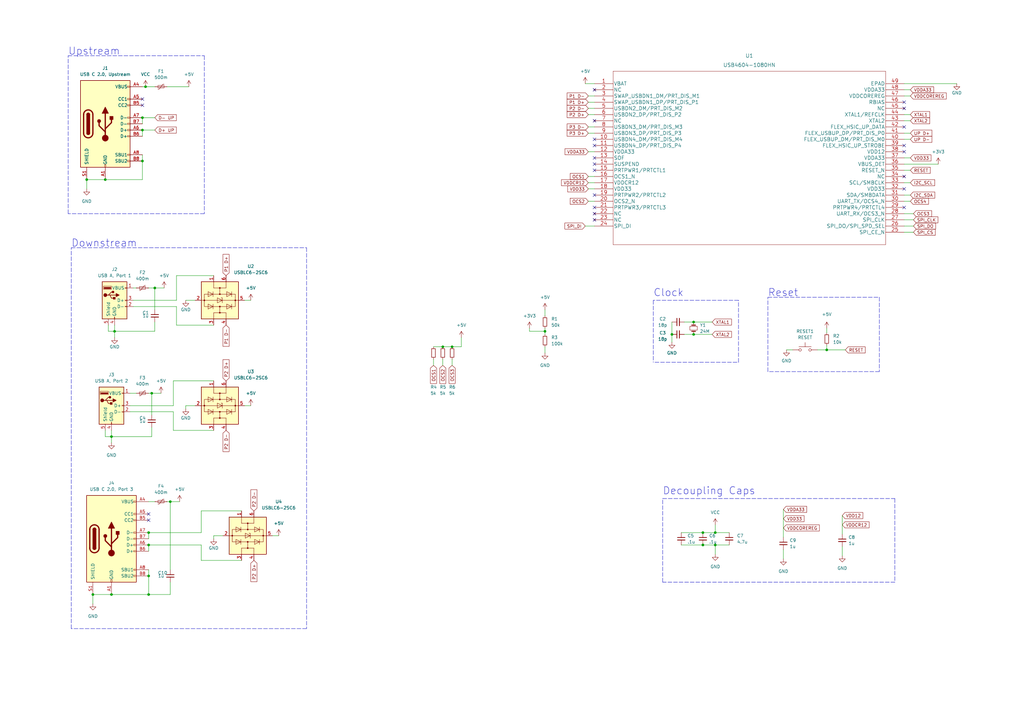
<source format=kicad_sch>
(kicad_sch (version 20211123) (generator eeschema)
  (paper "A3")
  (lib_symbols
    (symbol "2022-11-15_04-27-52:USB4604-1080HN" (pin_names (offset 0.254))
      (property "Reference" "U" (at 63.5 10.16 0))
      (property "Value" "USB4604-1080HN" (at 63.5 7.62 0))
      (symbol "USB4604-1080HN_1_1"
        (polyline (pts (xy 7.62 -66.04) (xy 119.38 -66.04)) (stroke (width 0.127)))
        (polyline (pts (xy 7.62 5.08) (xy 7.62 -66.04)) (stroke (width 0.127)))
        (polyline (pts (xy 119.38 -66.04) (xy 119.38 5.08)) (stroke (width 0.127)))
        (polyline (pts (xy 119.38 5.08) (xy 7.62 5.08)) (stroke (width 0.127)))
        (pin power_in line (at 0 0 0) (length 7.62) (name "VBAT") (number "1"))
        (pin bidirectional line (at 0 -22.86 0) (length 7.62) (name "USBDN4_DM/PRT_DIS_M4") (number "10"))
        (pin bidirectional line (at 0 -25.4 0) (length 7.62) (name "USBDN4_DP/PRT_DIS_P4") (number "11"))
        (pin power_in line (at 0 -27.94 0) (length 7.62) (name "VDDA33") (number "12"))
        (pin input line (at 0 -30.48 0) (length 7.62) (name "SOF") (number "13"))
        (pin unspecified line (at 0 -33.02 0) (length 7.62) (name "SUSPEND") (number "14"))
        (pin output line (at 0 -35.56 0) (length 7.62) (name "PRTPWR1/PRTCTL1") (number "15"))
        (pin input line (at 0 -38.1 0) (length 7.62) (name "OCS1_N") (number "16"))
        (pin power_in line (at 0 -40.64 0) (length 7.62) (name "VDDCR12") (number "17"))
        (pin power_in line (at 0 -43.18 0) (length 7.62) (name "VDD33") (number "18"))
        (pin output line (at 0 -45.72 0) (length 7.62) (name "PRTPWR2/PRTCTL2") (number "19"))
        (pin no_connect line (at 0 -2.54 0) (length 7.62) (name "NC") (number "2"))
        (pin input line (at 0 -48.26 0) (length 7.62) (name "OCS2_N") (number "20"))
        (pin output line (at 0 -50.8 0) (length 7.62) (name "PRTPWR3/PRTCTL3") (number "21"))
        (pin no_connect line (at 0 -53.34 0) (length 7.62) (name "NC") (number "22"))
        (pin no_connect line (at 0 -55.88 0) (length 7.62) (name "NC") (number "23"))
        (pin input line (at 0 -58.42 0) (length 7.62) (name "SPI_DI") (number "24"))
        (pin output line (at 127 -60.96 180) (length 7.62) (name "SPI_CE_N") (number "25"))
        (pin output line (at 127 -58.42 180) (length 7.62) (name "SPI_DO/SPI_SPD_SEL") (number "26"))
        (pin output line (at 127 -55.88 180) (length 7.62) (name "SPI_CLK") (number "27"))
        (pin unspecified line (at 127 -53.34 180) (length 7.62) (name "UART_RX/OCS3_N") (number "28"))
        (pin bidirectional line (at 127 -50.8 180) (length 7.62) (name "PRTPWR4/PRTCTL4") (number "29"))
        (pin bidirectional line (at 0 -5.08 0) (length 7.62) (name "SWAP_USBDN1_DM/PRT_DIS_M1") (number "3"))
        (pin output line (at 127 -48.26 180) (length 7.62) (name "UART_TX/OCS4_N") (number "30"))
        (pin bidirectional line (at 127 -45.72 180) (length 7.62) (name "SDA/SMBDATA") (number "31"))
        (pin power_in line (at 127 -43.18 180) (length 7.62) (name "VDD33") (number "32"))
        (pin input line (at 127 -40.64 180) (length 7.62) (name "SCL/SMBCLK") (number "33"))
        (pin no_connect line (at 127 -38.1 180) (length 7.62) (name "NC") (number "34"))
        (pin input line (at 127 -35.56 180) (length 7.62) (name "RESET_N") (number "35"))
        (pin input line (at 127 -33.02 180) (length 7.62) (name "VBUS_DET") (number "36"))
        (pin power_in line (at 127 -30.48 180) (length 7.62) (name "VDDA33") (number "37"))
        (pin power_in line (at 127 -27.94 180) (length 7.62) (name "VDD12") (number "38"))
        (pin input line (at 127 -25.4 180) (length 7.62) (name "FLEX_HSIC_UP_STROBE") (number "39"))
        (pin bidirectional line (at 0 -7.62 0) (length 7.62) (name "SWAP_USBDN1_DP/PRT_DIS_P1") (number "4"))
        (pin bidirectional line (at 127 -22.86 180) (length 7.62) (name "FLEX_USBUP_DM/PRT_DIS_M0") (number "40"))
        (pin bidirectional line (at 127 -20.32 180) (length 7.62) (name "FLEX_USBUP_DP/PRT_DIS_P0") (number "41"))
        (pin unspecified line (at 127 -17.78 180) (length 7.62) (name "FLEX_HSIC_UP_DATA") (number "42"))
        (pin output line (at 127 -15.24 180) (length 7.62) (name "XTAL2") (number "43"))
        (pin input line (at 127 -12.7 180) (length 7.62) (name "XTAL1/REFCLK") (number "44"))
        (pin no_connect line (at 127 -10.16 180) (length 7.62) (name "NC") (number "45"))
        (pin unspecified line (at 127 -7.62 180) (length 7.62) (name "RBIAS") (number "46"))
        (pin power_in line (at 127 -5.08 180) (length 7.62) (name "VDDCOREREG") (number "47"))
        (pin power_in line (at 127 -2.54 180) (length 7.62) (name "VDDA33") (number "48"))
        (pin unspecified line (at 127 0 180) (length 7.62) (name "EPAD") (number "49"))
        (pin bidirectional line (at 0 -10.16 0) (length 7.62) (name "USBDN2_DM/PRT_DIS_M2") (number "5"))
        (pin bidirectional line (at 0 -12.7 0) (length 7.62) (name "USBDN2_DP/PRT_DIS_P2") (number "6"))
        (pin no_connect line (at 0 -15.24 0) (length 7.62) (name "NC") (number "7"))
        (pin bidirectional line (at 0 -17.78 0) (length 7.62) (name "USBDN3_DM/PRT_DIS_M3") (number "8"))
        (pin bidirectional line (at 0 -20.32 0) (length 7.62) (name "USBDN3_DP/PRT_DIS_P3") (number "9"))
      )
    )
    (symbol "Connector:USB_A" (pin_names (offset 1.016))
      (property "Reference" "J" (at -5.08 11.43 0))
      (property "Value" "USB_A" (at -5.08 8.89 0))
      (symbol "USB_A_0_1"
        (rectangle (start -5.08 -7.62) (end 5.08 7.62) (stroke (width 0.254)) (fill (type background)))
        (circle (center -3.81 2.159) (radius 0.635) (stroke (width 0.254)) (fill (type outline)))
        (rectangle (start -1.524 4.826) (end -4.318 5.334) (fill (type outline)))
        (rectangle (start -1.27 4.572) (end -4.572 5.842))
        (circle (center -0.635 3.429) (radius 0.381) (stroke (width 0.254)) (fill (type outline)))
        (rectangle (start -0.127 -7.62) (end 0.127 -6.858))
        (polyline (pts (xy -3.175 2.159) (xy -2.54 2.159) (xy -1.27 3.429) (xy -0.635 3.429)) (stroke (width 0.254)))
        (polyline (pts (xy -2.54 2.159) (xy -1.905 2.159) (xy -1.27 0.889) (xy 0 0.889)) (stroke (width 0.254)))
        (polyline (pts (xy 0.635 2.794) (xy 0.635 1.524) (xy 1.905 2.159) (xy 0.635 2.794)) (stroke (width 0.254)) (fill (type outline)))
        (rectangle (start 0.254 1.27) (end -0.508 0.508) (stroke (width 0.254)) (fill (type outline)))
        (rectangle (start 5.08 -2.667) (end 4.318 -2.413))
        (rectangle (start 5.08 -0.127) (end 4.318 0.127))
        (rectangle (start 5.08 4.953) (end 4.318 5.207))
      )
      (symbol "USB_A_1_1"
        (polyline (pts (xy -1.905 2.159) (xy 0.635 2.159)) (stroke (width 0.254)))
        (pin power_in line (at 7.62 5.08 180) (length 2.54) (name "VBUS") (number "1"))
        (pin bidirectional line (at 7.62 -2.54 180) (length 2.54) (name "D-") (number "2"))
        (pin bidirectional line (at 7.62 0 180) (length 2.54) (name "D+") (number "3"))
        (pin power_in line (at 0 -10.16 90) (length 2.54) (name "GND") (number "4"))
        (pin passive line (at -2.54 -10.16 90) (length 2.54) (name "Shield") (number "5"))
      )
    )
    (symbol "Connector:USB_C_Receptacle_USB2.0" (pin_names (offset 1.016))
      (property "Reference" "J" (at -10.16 19.05 0))
      (property "Value" "USB_C_Receptacle_USB2.0" (at 19.05 19.05 0))
      (symbol "USB_C_Receptacle_USB2.0_0_0"
        (rectangle (start -0.254 -17.78) (end 0.254 -16.764))
        (rectangle (start 10.16 -14.986) (end 9.144 -15.494))
        (rectangle (start 10.16 -12.446) (end 9.144 -12.954))
        (rectangle (start 10.16 -4.826) (end 9.144 -5.334))
        (rectangle (start 10.16 -2.286) (end 9.144 -2.794))
        (rectangle (start 10.16 0.254) (end 9.144 -0.254))
        (rectangle (start 10.16 2.794) (end 9.144 2.286))
        (rectangle (start 10.16 7.874) (end 9.144 7.366))
        (rectangle (start 10.16 10.414) (end 9.144 9.906))
        (rectangle (start 10.16 15.494) (end 9.144 14.986))
      )
      (symbol "USB_C_Receptacle_USB2.0_0_1"
        (rectangle (start -10.16 17.78) (end 10.16 -17.78) (stroke (width 0.254)) (fill (type background)))
        (arc (start -8.89 -3.81) (mid -6.985 -5.715) (end -5.08 -3.81) (stroke (width 0.508)))
        (arc (start -7.62 -3.81) (mid -6.985 -4.445) (end -6.35 -3.81) (stroke (width 0.254)))
        (arc (start -7.62 -3.81) (mid -6.985 -4.445) (end -6.35 -3.81) (stroke (width 0.254)) (fill (type outline)))
        (rectangle (start -7.62 -3.81) (end -6.35 3.81) (stroke (width 0.254)) (fill (type outline)))
        (arc (start -6.35 3.81) (mid -6.985 4.445) (end -7.62 3.81) (stroke (width 0.254)))
        (arc (start -6.35 3.81) (mid -6.985 4.445) (end -7.62 3.81) (stroke (width 0.254)) (fill (type outline)))
        (arc (start -5.08 3.81) (mid -6.985 5.715) (end -8.89 3.81) (stroke (width 0.508)))
        (circle (center -2.54 1.143) (radius 0.635) (stroke (width 0.254)) (fill (type outline)))
        (circle (center 0 -5.842) (radius 1.27) (fill (type outline)))
        (polyline (pts (xy -8.89 -3.81) (xy -8.89 3.81)) (stroke (width 0.508)))
        (polyline (pts (xy -5.08 3.81) (xy -5.08 -3.81)) (stroke (width 0.508)))
        (polyline (pts (xy 0 -5.842) (xy 0 4.318)) (stroke (width 0.508)))
        (polyline (pts (xy 0 -3.302) (xy -2.54 -0.762) (xy -2.54 0.508)) (stroke (width 0.508)))
        (polyline (pts (xy 0 -2.032) (xy 2.54 0.508) (xy 2.54 1.778)) (stroke (width 0.508)))
        (polyline (pts (xy -1.27 4.318) (xy 0 6.858) (xy 1.27 4.318) (xy -1.27 4.318)) (stroke (width 0.254)) (fill (type outline)))
        (rectangle (start 1.905 1.778) (end 3.175 3.048) (stroke (width 0.254)) (fill (type outline)))
      )
      (symbol "USB_C_Receptacle_USB2.0_1_1"
        (pin passive line (at 0 -22.86 90) (length 5.08) (name "GND") (number "A1"))
        (pin passive line (at 0 -22.86 90) (length 5.08) hide (name "GND") (number "A12"))
        (pin passive line (at 15.24 15.24 180) (length 5.08) (name "VBUS") (number "A4"))
        (pin bidirectional line (at 15.24 10.16 180) (length 5.08) (name "CC1") (number "A5"))
        (pin bidirectional line (at 15.24 -2.54 180) (length 5.08) (name "D+") (number "A6"))
        (pin bidirectional line (at 15.24 2.54 180) (length 5.08) (name "D-") (number "A7"))
        (pin bidirectional line (at 15.24 -12.7 180) (length 5.08) (name "SBU1") (number "A8"))
        (pin passive line (at 15.24 15.24 180) (length 5.08) hide (name "VBUS") (number "A9"))
        (pin passive line (at 0 -22.86 90) (length 5.08) hide (name "GND") (number "B1"))
        (pin passive line (at 0 -22.86 90) (length 5.08) hide (name "GND") (number "B12"))
        (pin passive line (at 15.24 15.24 180) (length 5.08) hide (name "VBUS") (number "B4"))
        (pin bidirectional line (at 15.24 7.62 180) (length 5.08) (name "CC2") (number "B5"))
        (pin bidirectional line (at 15.24 -5.08 180) (length 5.08) (name "D+") (number "B6"))
        (pin bidirectional line (at 15.24 0 180) (length 5.08) (name "D-") (number "B7"))
        (pin bidirectional line (at 15.24 -15.24 180) (length 5.08) (name "SBU2") (number "B8"))
        (pin passive line (at 15.24 15.24 180) (length 5.08) hide (name "VBUS") (number "B9"))
        (pin passive line (at -7.62 -22.86 90) (length 5.08) (name "SHIELD") (number "S1"))
      )
    )
    (symbol "Device:C_Small" (pin_numbers hide) (pin_names (offset 0.254) hide)
      (property "Reference" "C" (at 0.254 1.778 0))
      (property "Value" "C_Small" (at 0.254 -2.032 0))
      (symbol "C_Small_0_1"
        (polyline (pts (xy -1.524 -0.508) (xy 1.524 -0.508)) (stroke (width 0.3302)))
        (polyline (pts (xy -1.524 0.508) (xy 1.524 0.508)) (stroke (width 0.3048)))
      )
      (symbol "C_Small_1_1"
        (pin passive line (at 0 2.54 270) (length 2.032) (name "~") (number "1"))
        (pin passive line (at 0 -2.54 90) (length 2.032) (name "~") (number "2"))
      )
    )
    (symbol "Device:Crystal_Small" (pin_numbers hide) (pin_names (offset 1.016) hide)
      (property "Reference" "Y" (at 0 2.54 0))
      (property "Value" "Crystal_Small" (at 0 -2.54 0))
      (symbol "Crystal_Small_0_1"
        (rectangle (start -0.762 -1.524) (end 0.762 1.524))
        (polyline (pts (xy -1.27 -0.762) (xy -1.27 0.762)) (stroke (width 0.381)))
        (polyline (pts (xy 1.27 -0.762) (xy 1.27 0.762)) (stroke (width 0.381)))
      )
      (symbol "Crystal_Small_1_1"
        (pin passive line (at -2.54 0 0) (length 1.27) (name "1") (number "1"))
        (pin passive line (at 2.54 0 180) (length 1.27) (name "2") (number "2"))
      )
    )
    (symbol "Device:Polyfuse_Small" (pin_numbers hide) (pin_names (offset 0))
      (property "Reference" "F" (at -1.905 0 90))
      (property "Value" "Polyfuse_Small" (at 1.905 0 90))
      (symbol "Polyfuse_Small_0_1"
        (rectangle (start -0.508 1.27) (end 0.508 -1.27))
        (polyline (pts (xy 0 2.54) (xy 0 -2.54)))
        (polyline (pts (xy -1.016 1.27) (xy -1.016 0.762) (xy 1.016 -0.762) (xy 1.016 -1.27)))
      )
      (symbol "Polyfuse_Small_1_1"
        (pin passive line (at 0 2.54 270) (length 0.635) (name "~") (number "1"))
        (pin passive line (at 0 -2.54 90) (length 0.635) (name "~") (number "2"))
      )
    )
    (symbol "Device:R_Small" (pin_numbers hide) (pin_names (offset 0.254) hide)
      (property "Reference" "R" (at 0.762 0.508 0))
      (property "Value" "R_Small" (at 0.762 -1.016 0))
      (symbol "R_Small_0_1"
        (rectangle (start -0.762 1.778) (end 0.762 -1.778) (stroke (width 0.2032)))
      )
      (symbol "R_Small_1_1"
        (pin passive line (at 0 2.54 270) (length 0.762) (name "~") (number "1"))
        (pin passive line (at 0 -2.54 90) (length 0.762) (name "~") (number "2"))
      )
    )
    (symbol "Power_Protection:USBLC6-2SC6" (pin_names hide)
      (property "Reference" "U" (at 2.54 8.89 0))
      (property "Value" "USBLC6-2SC6" (at 2.54 -8.89 0))
      (symbol "USBLC6-2SC6_0_1"
        (rectangle (start -7.62 -7.62) (end 7.62 7.62) (stroke (width 0.254)) (fill (type background)))
        (circle (center -5.08 0) (radius 0.254) (fill (type outline)))
        (circle (center -2.54 0) (radius 0.254) (fill (type outline)))
        (rectangle (start -2.54 6.35) (end 2.54 -6.35))
        (circle (center 0 -6.35) (radius 0.254) (fill (type outline)))
        (polyline (pts (xy -5.08 -2.54) (xy -7.62 -2.54)))
        (polyline (pts (xy -5.08 0) (xy -5.08 -2.54)))
        (polyline (pts (xy -5.08 2.54) (xy -7.62 2.54)))
        (polyline (pts (xy -1.524 -2.794) (xy -3.556 -2.794)))
        (polyline (pts (xy -1.524 4.826) (xy -3.556 4.826)))
        (polyline (pts (xy 0 -7.62) (xy 0 -6.35)))
        (polyline (pts (xy 0 -6.35) (xy 0 1.27)))
        (polyline (pts (xy 0 1.27) (xy 0 6.35)))
        (polyline (pts (xy 0 6.35) (xy 0 7.62)))
        (polyline (pts (xy 1.524 -2.794) (xy 3.556 -2.794)))
        (polyline (pts (xy 1.524 4.826) (xy 3.556 4.826)))
        (polyline (pts (xy 5.08 -2.54) (xy 7.62 -2.54)))
        (polyline (pts (xy 5.08 0) (xy 5.08 -2.54)))
        (polyline (pts (xy 5.08 2.54) (xy 7.62 2.54)))
        (polyline (pts (xy -2.54 0) (xy -5.08 0) (xy -5.08 2.54)))
        (polyline (pts (xy 2.54 0) (xy 5.08 0) (xy 5.08 2.54)))
        (polyline (pts (xy -3.556 -4.826) (xy -1.524 -4.826) (xy -2.54 -2.794) (xy -3.556 -4.826)))
        (polyline (pts (xy -3.556 2.794) (xy -1.524 2.794) (xy -2.54 4.826) (xy -3.556 2.794)))
        (polyline (pts (xy -1.016 -1.016) (xy 1.016 -1.016) (xy 0 1.016) (xy -1.016 -1.016)))
        (polyline (pts (xy 1.016 1.016) (xy 0.762 1.016) (xy -1.016 1.016) (xy -1.016 0.508)))
        (polyline (pts (xy 3.556 -4.826) (xy 1.524 -4.826) (xy 2.54 -2.794) (xy 3.556 -4.826)))
        (polyline (pts (xy 3.556 2.794) (xy 1.524 2.794) (xy 2.54 4.826) (xy 3.556 2.794)))
        (circle (center 0 6.35) (radius 0.254) (fill (type outline)))
        (circle (center 2.54 0) (radius 0.254) (fill (type outline)))
        (circle (center 5.08 0) (radius 0.254) (fill (type outline)))
      )
      (symbol "USBLC6-2SC6_1_1"
        (pin passive line (at -10.16 -2.54 0) (length 2.54) (name "I/O1") (number "1"))
        (pin passive line (at 0 -10.16 90) (length 2.54) (name "GND") (number "2"))
        (pin passive line (at 10.16 -2.54 180) (length 2.54) (name "I/O2") (number "3"))
        (pin passive line (at 10.16 2.54 180) (length 2.54) (name "I/O2") (number "4"))
        (pin passive line (at 0 10.16 270) (length 2.54) (name "VBUS") (number "5"))
        (pin passive line (at -10.16 2.54 0) (length 2.54) (name "I/O1") (number "6"))
      )
    )
    (symbol "Switch:SW_Push" (pin_numbers hide) (pin_names (offset 1.016) hide)
      (property "Reference" "SW" (at 1.27 2.54 0))
      (property "Value" "SW_Push" (at 0 -1.524 0))
      (symbol "SW_Push_0_1"
        (circle (center -2.032 0) (radius 0.508))
        (polyline (pts (xy 0 1.27) (xy 0 3.048)))
        (polyline (pts (xy 2.54 1.27) (xy -2.54 1.27)))
        (circle (center 2.032 0) (radius 0.508))
        (pin passive line (at -5.08 0 0) (length 2.54) (name "1") (number "1"))
        (pin passive line (at 5.08 0 180) (length 2.54) (name "2") (number "2"))
      )
    )
    (symbol "power:+3V3" (power) (pin_names (offset 0))
      (property "Value" "+3V3" (at 0 3.556 0))
      (symbol "+3V3_0_1"
        (polyline (pts (xy -0.762 1.27) (xy 0 2.54)))
        (polyline (pts (xy 0 0) (xy 0 2.54)))
        (polyline (pts (xy 0 2.54) (xy 0.762 1.27)))
      )
      (symbol "+3V3_1_1"
        (pin power_in line (at 0 0 90) (length 0) hide (name "+3V3") (number "1"))
      )
    )
    (symbol "power:+5V" (power) (pin_names (offset 0))
      (property "Value" "+5V" (at 0 3.556 0))
      (symbol "+5V_0_1"
        (polyline (pts (xy -0.762 1.27) (xy 0 2.54)))
        (polyline (pts (xy 0 0) (xy 0 2.54)))
        (polyline (pts (xy 0 2.54) (xy 0.762 1.27)))
      )
      (symbol "+5V_1_1"
        (pin power_in line (at 0 0 90) (length 0) hide (name "+5V") (number "1"))
      )
    )
    (symbol "power:GND" (power) (pin_names (offset 0))
      (property "Value" "GND" (at 0 -3.81 0))
      (symbol "GND_0_1"
        (polyline (pts (xy 0 0) (xy 0 -1.27) (xy 1.27 -1.27) (xy 0 -2.54) (xy -1.27 -1.27) (xy 0 -1.27)))
      )
      (symbol "GND_1_1"
        (pin power_in line (at 0 0 270) (length 0) hide (name "GND") (number "1"))
      )
    )
    (symbol "power:VCC" (power) (pin_names (offset 0))
      (property "Value" "VCC" (at 0 3.81 0))
      (symbol "VCC_0_1"
        (polyline (pts (xy -0.762 1.27) (xy 0 2.54)))
        (polyline (pts (xy 0 0) (xy 0 2.54)))
        (polyline (pts (xy 0 2.54) (xy 0.762 1.27)))
      )
      (symbol "VCC_1_1"
        (pin power_in line (at 0 0 90) (length 0) hide (name "VCC") (number "1"))
      )
    )
  )
  (junction (at 58.42 48.26))
  (junction (at 46.99 135.89))
  (junction (at 60.96 223.52))
  (junction (at 284.48 137.16))
  (junction (at 45.72 243.84))
  (junction (at 293.37 218.44))
  (junction (at 63.5 118.11))
  (junction (at 69.85 205.74))
  (junction (at 185.42 142.24))
  (junction (at 60.96 218.44))
  (junction (at 60.96 236.22))
  (junction (at 58.42 53.34))
  (junction (at 181.61 142.24))
  (junction (at 60.96 243.84))
  (junction (at 275.59 137.16))
  (junction (at 59.69 35.56))
  (junction (at 43.18 73.66))
  (junction (at 223.52 135.89))
  (junction (at 288.29 223.52))
  (junction (at 38.1 243.84))
  (junction (at 62.23 161.29))
  (junction (at 45.72 179.07))
  (junction (at 284.48 132.08))
  (junction (at 293.37 223.52))
  (junction (at 58.42 66.04))
  (junction (at 35.56 73.66))
  (junction (at 339.09 143.51))
  (junction (at 288.29 218.44))
  (no_connect (at 370.84 62.23))
  (no_connect (at 243.84 67.31))
  (no_connect (at 243.84 64.77))
  (no_connect (at 370.84 59.69))
  (no_connect (at 243.84 57.15))
  (no_connect (at 243.84 59.69))
  (no_connect (at 243.84 49.53))
  (no_connect (at 243.84 85.09))
  (no_connect (at 243.84 87.63))
  (no_connect (at 243.84 90.17))
  (no_connect (at 243.84 80.01))
  (no_connect (at 243.84 36.83))
  (no_connect (at 243.84 69.85))
  (no_connect (at 370.84 41.91))
  (no_connect (at 60.96 213.36))
  (no_connect (at 60.96 210.82))
  (no_connect (at 370.84 72.39))
  (no_connect (at 370.84 77.47))
  (no_connect (at 370.84 85.09))
  (no_connect (at 370.84 52.07))
  (no_connect (at 58.42 43.18))
  (no_connect (at 58.42 40.64))
  (no_connect (at 370.84 44.45))
  (wire (pts (xy 60.96 223.52) (xy 60.96 226.06)))
  (wire (pts (xy 60.96 223.52) (xy 82.55 223.52)))
  (wire (pts (xy 370.84 95.25) (xy 374.65 95.25)))
  (wire (pts (xy 177.8 142.24) (xy 181.61 142.24)))
  (polyline (pts (xy 29.21 101.6) (xy 125.73 101.6)))
  (wire (pts (xy 44.45 135.89) (xy 44.45 133.35)))
  (wire (pts (xy 58.42 73.66) (xy 43.18 73.66)))
  (polyline (pts (xy 125.73 257.81) (xy 29.21 257.81)))
  (wire (pts (xy 321.31 208.915) (xy 321.31 220.345)))
  (polyline (pts (xy 302.895 148.59) (xy 302.895 123.19)))
  (wire (pts (xy 241.3 77.47) (xy 243.84 77.47)))
  (wire (pts (xy 321.31 225.425) (xy 321.31 229.235)))
  (wire (pts (xy 223.52 135.89) (xy 217.17 135.89)))
  (wire (pts (xy 46.99 138.43) (xy 46.99 135.89)))
  (wire (pts (xy 68.58 35.56) (xy 77.47 35.56)))
  (wire (pts (xy 58.42 63.5) (xy 58.42 66.04)))
  (wire (pts (xy 185.42 142.24) (xy 189.23 142.24)))
  (wire (pts (xy 243.84 44.45) (xy 241.3 44.45)))
  (wire (pts (xy 243.84 39.37) (xy 241.3 39.37)))
  (wire (pts (xy 223.52 134.62) (xy 223.52 135.89)))
  (wire (pts (xy 322.58 143.51) (xy 325.12 143.51)))
  (wire (pts (xy 280.67 132.08) (xy 284.48 132.08)))
  (wire (pts (xy 181.61 142.24) (xy 185.42 142.24)))
  (wire (pts (xy 71.12 176.53) (xy 87.63 176.53)))
  (wire (pts (xy 72.39 133.35) (xy 87.63 133.35)))
  (wire (pts (xy 60.96 205.74) (xy 63.5 205.74)))
  (polyline (pts (xy 271.78 204.47) (xy 367.03 204.47)))
  (wire (pts (xy 82.55 218.44) (xy 82.55 209.55)))
  (wire (pts (xy 35.56 73.66) (xy 35.56 77.47)))
  (wire (pts (xy 35.56 73.66) (xy 43.18 73.66)))
  (polyline (pts (xy 360.68 121.92) (xy 360.68 152.4)))
  (wire (pts (xy 339.09 141.605) (xy 339.09 143.51)))
  (polyline (pts (xy 83.82 87.63) (xy 27.94 87.63)))
  (wire (pts (xy 339.09 143.51) (xy 346.71 143.51)))
  (wire (pts (xy 370.84 57.15) (xy 373.38 57.15)))
  (wire (pts (xy 345.44 211.455) (xy 345.44 219.075)))
  (wire (pts (xy 181.61 147.32) (xy 181.61 149.86)))
  (wire (pts (xy 370.84 67.31) (xy 384.81 67.31)))
  (wire (pts (xy 217.17 135.89) (xy 217.17 134.62)))
  (wire (pts (xy 345.44 224.155) (xy 345.44 227.965)))
  (polyline (pts (xy 83.82 22.86) (xy 83.82 87.63)))
  (wire (pts (xy 46.99 135.89) (xy 63.5 135.89)))
  (wire (pts (xy 91.44 219.71) (xy 87.63 219.71)))
  (wire (pts (xy 189.23 138.43) (xy 189.23 142.24)))
  (wire (pts (xy 335.28 143.51) (xy 339.09 143.51)))
  (wire (pts (xy 62.23 161.29) (xy 62.23 170.18)))
  (wire (pts (xy 223.52 142.24) (xy 223.52 144.78)))
  (wire (pts (xy 288.29 223.52) (xy 293.37 223.52)))
  (wire (pts (xy 279.4 223.52) (xy 288.29 223.52)))
  (wire (pts (xy 69.85 243.84) (xy 60.96 243.84)))
  (wire (pts (xy 45.72 243.84) (xy 60.96 243.84)))
  (wire (pts (xy 370.84 82.55) (xy 373.38 82.55)))
  (wire (pts (xy 72.39 123.19) (xy 72.39 113.03)))
  (wire (pts (xy 43.18 179.07) (xy 45.72 179.07)))
  (wire (pts (xy 63.5 118.11) (xy 63.5 127)))
  (wire (pts (xy 69.85 238.76) (xy 69.85 243.84)))
  (wire (pts (xy 53.34 166.37) (xy 71.12 166.37)))
  (wire (pts (xy 38.1 243.84) (xy 38.1 247.65)))
  (wire (pts (xy 293.37 215.265) (xy 293.37 218.44)))
  (polyline (pts (xy 267.97 123.19) (xy 267.97 148.59)))
  (polyline (pts (xy 29.21 257.81) (xy 29.21 101.6)))
  (wire (pts (xy 279.4 218.44) (xy 288.29 218.44)))
  (wire (pts (xy 54.61 125.73) (xy 72.39 125.73)))
  (wire (pts (xy 60.96 161.29) (xy 62.23 161.29)))
  (wire (pts (xy 284.48 132.08) (xy 292.1 132.08)))
  (wire (pts (xy 280.67 137.16) (xy 284.48 137.16)))
  (wire (pts (xy 71.12 166.37) (xy 71.12 156.21)))
  (wire (pts (xy 241.3 72.39) (xy 243.84 72.39)))
  (wire (pts (xy 370.84 49.53) (xy 373.38 49.53)))
  (wire (pts (xy 100.33 166.37) (xy 102.87 166.37)))
  (wire (pts (xy 243.84 46.99) (xy 241.3 46.99)))
  (wire (pts (xy 67.31 118.11) (xy 63.5 118.11)))
  (wire (pts (xy 284.48 137.16) (xy 292.1 137.16)))
  (polyline (pts (xy 314.96 121.92) (xy 360.68 121.92)))
  (polyline (pts (xy 27.94 22.86) (xy 83.82 22.86)))
  (wire (pts (xy 58.42 66.04) (xy 58.42 73.66)))
  (wire (pts (xy 72.39 113.03) (xy 87.63 113.03)))
  (wire (pts (xy 45.72 179.07) (xy 45.72 181.61)))
  (wire (pts (xy 370.84 54.61) (xy 373.38 54.61)))
  (wire (pts (xy 72.39 125.73) (xy 72.39 133.35)))
  (wire (pts (xy 62.23 175.26) (xy 62.23 179.07)))
  (wire (pts (xy 223.52 135.89) (xy 223.52 137.16)))
  (polyline (pts (xy 268.605 148.59) (xy 302.895 148.59)))
  (wire (pts (xy 370.84 46.99) (xy 373.38 46.99)))
  (wire (pts (xy 370.84 80.01) (xy 373.38 80.01)))
  (wire (pts (xy 58.42 35.56) (xy 59.69 35.56)))
  (wire (pts (xy 58.42 53.34) (xy 63.5 53.34)))
  (wire (pts (xy 177.8 147.32) (xy 177.8 149.86)))
  (wire (pts (xy 370.84 39.37) (xy 373.38 39.37)))
  (wire (pts (xy 80.01 166.37) (xy 76.2 166.37)))
  (wire (pts (xy 370.84 64.77) (xy 373.38 64.77)))
  (wire (pts (xy 60.96 218.44) (xy 60.96 220.98)))
  (wire (pts (xy 76.2 166.37) (xy 76.2 167.64)))
  (wire (pts (xy 55.88 118.11) (xy 54.61 118.11)))
  (wire (pts (xy 60.96 236.22) (xy 60.96 233.68)))
  (wire (pts (xy 370.84 92.71) (xy 374.65 92.71)))
  (wire (pts (xy 82.55 229.87) (xy 99.06 229.87)))
  (wire (pts (xy 370.84 36.83) (xy 373.38 36.83)))
  (wire (pts (xy 370.84 74.93) (xy 373.38 74.93)))
  (wire (pts (xy 43.18 176.53) (xy 43.18 179.07)))
  (polyline (pts (xy 302.895 123.19) (xy 267.97 123.19)))
  (polyline (pts (xy 360.68 152.4) (xy 314.96 152.4)))
  (polyline (pts (xy 125.73 101.6) (xy 125.73 257.81)))
  (wire (pts (xy 111.76 219.71) (xy 114.3 219.71)))
  (wire (pts (xy 339.09 134.62) (xy 339.09 136.525)))
  (polyline (pts (xy 27.94 87.63) (xy 27.94 22.86)))
  (wire (pts (xy 370.84 90.17) (xy 374.65 90.17)))
  (wire (pts (xy 73.66 205.74) (xy 69.85 205.74)))
  (wire (pts (xy 71.12 168.91) (xy 71.12 176.53)))
  (wire (pts (xy 240.03 34.29) (xy 243.84 34.29)))
  (wire (pts (xy 288.29 218.44) (xy 293.37 218.44)))
  (wire (pts (xy 59.69 35.56) (xy 63.5 35.56)))
  (wire (pts (xy 370.84 34.29) (xy 392.43 34.29)))
  (wire (pts (xy 58.42 53.34) (xy 58.42 55.88)))
  (polyline (pts (xy 271.78 238.76) (xy 271.78 204.47)))
  (wire (pts (xy 185.42 147.32) (xy 185.42 149.86)))
  (wire (pts (xy 243.84 41.91) (xy 241.3 41.91)))
  (wire (pts (xy 87.63 219.71) (xy 87.63 220.98)))
  (wire (pts (xy 275.59 137.16) (xy 275.59 140.335)))
  (wire (pts (xy 53.34 168.91) (xy 71.12 168.91)))
  (wire (pts (xy 58.42 48.26) (xy 63.5 48.26)))
  (wire (pts (xy 66.04 161.29) (xy 62.23 161.29)))
  (wire (pts (xy 223.52 127) (xy 223.52 129.54)))
  (wire (pts (xy 241.3 82.55) (xy 243.84 82.55)))
  (wire (pts (xy 241.3 74.93) (xy 243.84 74.93)))
  (wire (pts (xy 68.58 205.74) (xy 69.85 205.74)))
  (wire (pts (xy 275.59 132.08) (xy 275.59 137.16)))
  (wire (pts (xy 241.3 62.23) (xy 243.84 62.23)))
  (wire (pts (xy 53.34 161.29) (xy 55.88 161.29)))
  (wire (pts (xy 370.84 69.85) (xy 373.38 69.85)))
  (wire (pts (xy 46.99 133.35) (xy 46.99 135.89)))
  (wire (pts (xy 240.03 92.71) (xy 243.84 92.71)))
  (wire (pts (xy 60.96 118.11) (xy 63.5 118.11)))
  (wire (pts (xy 370.84 87.63) (xy 374.65 87.63)))
  (wire (pts (xy 293.37 223.52) (xy 293.37 227.33)))
  (wire (pts (xy 60.96 218.44) (xy 82.55 218.44)))
  (wire (pts (xy 62.23 179.07) (xy 45.72 179.07)))
  (wire (pts (xy 293.37 223.52) (xy 299.085 223.52)))
  (wire (pts (xy 82.55 223.52) (xy 82.55 229.87)))
  (wire (pts (xy 243.84 54.61) (xy 241.3 54.61)))
  (wire (pts (xy 58.42 48.26) (xy 58.42 50.8)))
  (wire (pts (xy 44.45 135.89) (xy 46.99 135.89)))
  (wire (pts (xy 63.5 135.89) (xy 63.5 132.08)))
  (polyline (pts (xy 367.03 204.47) (xy 367.03 238.76)))
  (wire (pts (xy 45.72 176.53) (xy 45.72 179.07)))
  (polyline (pts (xy 367.03 238.76) (xy 271.78 238.76)))
  (wire (pts (xy 293.37 218.44) (xy 299.085 218.44)))
  (wire (pts (xy 69.85 205.74) (xy 69.85 233.68)))
  (wire (pts (xy 60.96 243.84) (xy 60.96 236.22)))
  (wire (pts (xy 243.84 52.07) (xy 241.3 52.07)))
  (wire (pts (xy 82.55 209.55) (xy 99.06 209.55)))
  (wire (pts (xy 100.33 123.19) (xy 102.87 123.19)))
  (wire (pts (xy 71.12 156.21) (xy 87.63 156.21)))
  (wire (pts (xy 80.01 123.19) (xy 76.2 123.19)))
  (wire (pts (xy 38.1 243.84) (xy 45.72 243.84)))
  (wire (pts (xy 54.61 123.19) (xy 72.39 123.19)))
  (polyline (pts (xy 314.96 152.4) (xy 314.96 121.92)))
  (text "Clock" (at 267.97 121.92 0) (effects (font (size 3 3)) (justify left bottom)))
  (text "Reset" (at 314.96 121.92 0) (effects (font (size 3 3)) (justify left bottom)))
  (text "Upstream" (at 27.94 22.86 0) (effects (font (size 3 3)) (justify left bottom)))
  (text "Downstream" (at 29.21 101.6 0) (effects (font (size 3 3)) (justify left bottom)))
  (text "Decoupling Caps" (at 271.78 203.2 0) (effects (font (size 3 3)) (justify left bottom)))
  (global_label "P1 D-" (shape input) (at 241.3 39.37 180) (property "Intersheet References" "${INTERSHEET_REFS}" (effects hide)))
  (global_label "SPI_CLK" (shape input) (at 374.65 90.17 0) (property "Intersheet References" "${INTERSHEET_REFS}" (effects hide)))
  (global_label "P1 D+" (shape input) (at 241.3 41.91 180) (property "Intersheet References" "${INTERSHEET_REFS}" (effects hide)))
  (global_label "SPI_DI" (shape input) (at 240.03 92.71 180) (property "Intersheet References" "${INTERSHEET_REFS}" (effects hide)))
  (global_label "XTAL1" (shape input) (at 373.38 46.99 0) (property "Intersheet References" "${INTERSHEET_REFS}" (effects hide)))
  (global_label "UP D-" (shape input) (at 373.38 57.15 0) (property "Intersheet References" "${INTERSHEET_REFS}" (effects hide)))
  (global_label "P2 D+" (shape input) (at 104.14 229.87 270) (property "Intersheet References" "${INTERSHEET_REFS}" (effects hide)))
  (global_label "VDDCR12" (shape input) (at 345.44 215.265 0) (property "Intersheet References" "${INTERSHEET_REFS}" (effects hide)))
  (global_label "UP D+" (shape input) (at 373.38 54.61 0) (property "Intersheet References" "${INTERSHEET_REFS}" (effects hide)))
  (global_label "P2 D+" (shape input) (at 92.71 156.21 90) (property "Intersheet References" "${INTERSHEET_REFS}" (effects hide)))
  (global_label "P3 D+" (shape input) (at 241.3 54.61 180) (property "Intersheet References" "${INTERSHEET_REFS}" (effects hide)))
  (global_label "OCS3" (shape input) (at 185.42 149.86 270) (property "Intersheet References" "${INTERSHEET_REFS}" (effects hide)))
  (global_label "OCS2" (shape input) (at 181.61 149.86 270) (property "Intersheet References" "${INTERSHEET_REFS}" (effects hide)))
  (global_label "I2C_SDA" (shape input) (at 373.38 80.01 0) (property "Intersheet References" "${INTERSHEET_REFS}" (effects hide)))
  (global_label "RESET" (shape input) (at 373.38 69.85 0) (property "Intersheet References" "${INTERSHEET_REFS}" (effects hide)))
  (global_label "SPI_CS" (shape input) (at 374.65 95.25 0) (property "Intersheet References" "${INTERSHEET_REFS}" (effects hide)))
  (global_label "I2C_SCL" (shape input) (at 373.38 74.93 0) (property "Intersheet References" "${INTERSHEET_REFS}" (effects hide)))
  (global_label "D+ UP" (shape input) (at 63.5 53.34 0) (property "Intersheet References" "${INTERSHEET_REFS}" (effects hide)))
  (global_label "P3 D-" (shape input) (at 241.3 52.07 180) (property "Intersheet References" "${INTERSHEET_REFS}" (effects hide)))
  (global_label "VDD33" (shape input) (at 373.38 64.77 0) (property "Intersheet References" "${INTERSHEET_REFS}" (effects hide)))
  (global_label "P2 D+" (shape input) (at 241.3 46.99 180) (property "Intersheet References" "${INTERSHEET_REFS}" (effects hide)))
  (global_label "VDDCR12" (shape input) (at 241.3 74.93 180) (property "Intersheet References" "${INTERSHEET_REFS}" (effects hide)))
  (global_label "OCS1" (shape input) (at 177.8 149.86 270) (property "Intersheet References" "${INTERSHEET_REFS}" (effects hide)))
  (global_label "VDDCOREREG" (shape input) (at 373.38 39.37 0) (property "Intersheet References" "${INTERSHEET_REFS}" (effects hide)))
  (global_label "VDD33" (shape input) (at 241.3 77.47 180) (property "Intersheet References" "${INTERSHEET_REFS}" (effects hide)))
  (global_label "VDD33" (shape input) (at 321.31 212.725 0) (property "Intersheet References" "${INTERSHEET_REFS}" (effects hide)))
  (global_label "P2 D-" (shape input) (at 241.3 44.45 180) (property "Intersheet References" "${INTERSHEET_REFS}" (effects hide)))
  (global_label "VDDA33" (shape input) (at 373.38 36.83 0) (property "Intersheet References" "${INTERSHEET_REFS}" (effects hide)))
  (global_label "XTAL2" (shape input) (at 292.1 137.16 0) (property "Intersheet References" "${INTERSHEET_REFS}" (effects hide)))
  (global_label "VDDCOREREG" (shape input) (at 321.31 216.535 0) (property "Intersheet References" "${INTERSHEET_REFS}" (effects hide)))
  (global_label "XTAL2" (shape input) (at 373.38 49.53 0) (property "Intersheet References" "${INTERSHEET_REFS}" (effects hide)))
  (global_label "SPI_DO" (shape input) (at 374.65 92.71 0) (property "Intersheet References" "${INTERSHEET_REFS}" (effects hide)))
  (global_label "OCS1" (shape input) (at 241.3 72.39 180) (property "Intersheet References" "${INTERSHEET_REFS}" (effects hide)))
  (global_label "VDDA33" (shape input) (at 321.31 208.915 0) (property "Intersheet References" "${INTERSHEET_REFS}" (effects hide)))
  (global_label "VDD12" (shape input) (at 345.44 211.455 0) (property "Intersheet References" "${INTERSHEET_REFS}" (effects hide)))
  (global_label "D- UP" (shape input) (at 63.5 48.26 0) (property "Intersheet References" "${INTERSHEET_REFS}" (effects hide)))
  (global_label "OCS3" (shape input) (at 374.65 87.63 0) (property "Intersheet References" "${INTERSHEET_REFS}" (effects hide)))
  (global_label "RESET" (shape input) (at 346.71 143.51 0) (property "Intersheet References" "${INTERSHEET_REFS}" (effects hide)))
  (global_label "OCS4" (shape input) (at 373.38 82.55 0) (property "Intersheet References" "${INTERSHEET_REFS}" (effects hide)))
  (global_label "P2 D-" (shape input) (at 104.14 209.55 90) (property "Intersheet References" "${INTERSHEET_REFS}" (effects hide)))
  (global_label "P2 D-" (shape input) (at 92.71 176.53 270) (property "Intersheet References" "${INTERSHEET_REFS}" (effects hide)))
  (global_label "OCS2" (shape input) (at 241.3 82.55 180) (property "Intersheet References" "${INTERSHEET_REFS}" (effects hide)))
  (global_label "P1 D+" (shape input) (at 92.71 113.03 90) (property "Intersheet References" "${INTERSHEET_REFS}" (effects hide)))
  (global_label "VDDA33" (shape input) (at 241.3 62.23 180) (property "Intersheet References" "${INTERSHEET_REFS}" (effects hide)))
  (global_label "XTAL1" (shape input) (at 292.1 132.08 0) (property "Intersheet References" "${INTERSHEET_REFS}" (effects hide)))
  (global_label "P1 D-" (shape input) (at 92.71 133.35 270) (property "Intersheet References" "${INTERSHEET_REFS}" (effects hide)))
  (symbol (lib_id "power:+5V") (at 114.3 219.71 0) (unit 1)
    (property "Reference" "#PWR024" (effects hide))
    (property "Value" "+5V" (at 114.3 214.63 0))
  )
  (symbol (lib_id "Device:C_Small") (at 62.23 172.72 0) (unit 1)
    (property "Reference" "C4" (at 57.15 171.45 0) (effects (justify left)))
    (property "Value" "1u" (at 57.15 172.72 0) (effects (justify left)))
    (property "Footprint" "Capacitor_SMD:C_0805_2012Metric" (effects hide))
  )
  (symbol (lib_id "power:GND") (at 38.1 247.65 0) (unit 1)
    (property "Reference" "#PWR029" (effects hide))
    (property "Value" "GND" (at 38.1 252.73 0))
  )
  (symbol (lib_id "power:GND") (at 392.43 34.29 0) (unit 1)
    (property "Reference" "#PWR02" (effects hide))
    (property "Value" "GND" (at 392.43 38.1 0))
  )
  (symbol (lib_id "Device:C_Small") (at 278.13 132.08 90) (unit 1)
    (property "Reference" "C2" (at 271.78 130.81 90))
    (property "Value" "18p" (at 271.78 133.35 90))
    (property "Footprint" "Capacitor_SMD:C_0805_2012Metric" (effects hide))
  )
  (symbol (lib_id "power:GND") (at 322.58 143.51 0) (unit 1)
    (property "Reference" "#PWR016" (effects hide))
    (property "Value" "GND" (at 322.58 147.955 0))
  )
  (symbol (lib_id "power:GND") (at 345.44 227.965 0) (unit 1)
    (property "Reference" "#PWR027" (effects hide))
    (property "Value" "GND" (at 345.44 233.045 0))
  )
  (symbol (lib_id "power:GND") (at 46.99 138.43 0) (unit 1)
    (property "Reference" "#PWR013" (effects hide))
    (property "Value" "GND" (at 46.99 142.24 0))
  )
  (symbol (lib_id "Device:R_Small") (at 223.52 139.7 0) (unit 1)
    (property "Reference" "R3" (at 226.06 138.4299 0) (effects (justify left)))
    (property "Value" "100k" (at 226.06 140.9699 0) (effects (justify left)))
    (property "Footprint" "Resistor_SMD:R_0805_2012Metric" (effects hide))
  )
  (symbol (lib_id "power:VCC") (at 293.37 215.265 0) (unit 1)
    (property "Reference" "#PWR023" (effects hide))
    (property "Value" "VCC" (at 293.37 210.185 0))
  )
  (symbol (lib_id "power:GND") (at 223.52 144.78 0) (unit 1)
    (property "Reference" "#PWR017" (effects hide))
    (property "Value" "GND" (at 223.52 149.86 0))
  )
  (symbol (lib_id "Device:C_Small") (at 279.4 220.98 0) (unit 1)
    (property "Reference" "C5" (at 281.94 219.7162 0) (effects (justify left)))
    (property "Value" ".1u" (at 281.94 222.2562 0) (effects (justify left)))
    (property "Footprint" "Capacitor_SMD:C_0805_2012Metric" (effects hide))
  )
  (symbol (lib_id "power:GND") (at 293.37 227.33 0) (unit 1)
    (property "Reference" "#PWR026" (effects hide))
    (property "Value" "GND" (at 293.37 232.41 0))
  )
  (symbol (lib_id "Connector:USB_A") (at 45.72 166.37 0) (unit 1)
    (property "Reference" "J3" (at 45.72 153.67 0))
    (property "Value" "USB A, Port 2" (at 45.72 156.21 0))
    (property "Footprint" "Connector_USB:USB3_A_Molex_48393-001" (effects hide))
    (property "Datasheet" " ~" (effects hide))
  )
  (symbol (lib_id "2022-11-15_04-27-52:USB4604-1080HN") (at 243.84 34.29 0) (unit 1)
    (property "Reference" "U1" (at 307.34 22.86 0) (effects (font (size 1.524 1.524))))
    (property "Value" "USB4604-1080HN" (at 307.34 26.67 0) (effects (font (size 1.524 1.524))))
    (property "Footprint" "Package_DFN_QFN:QFN-48-1EP_7x7mm_P0.5mm_EP5.3x5.3mm" (effects hide))
  )
  (symbol (lib_id "power:+5V") (at 77.47 35.56 0) (unit 1)
    (property "Reference" "#PWR04" (effects hide))
    (property "Value" "+5V" (at 77.47 30.48 0))
  )
  (symbol (lib_id "Switch:SW_Push") (at 330.2 143.51 0) (unit 1)
    (property "Reference" "RESET1" (at 330.2 135.89 0))
    (property "Value" "RESET" (at 330.2 138.43 0))
    (property "Footprint" "colonDcustom:Pushbutton_TH_6x6" (effects hide))
  )
  (symbol (lib_id "Connector:USB_C_Receptacle_USB2.0") (at 43.18 50.8 0) (unit 1)
    (property "Reference" "J1" (at 43.18 27.94 0))
    (property "Value" "USB C 2.0, Upstream" (at 43.18 30.48 0))
    (property "Footprint" "Connector_USB:USB_C_Receptacle_GCT_USB4085" (effects hide))
    (property "Datasheet" "https://www.usb.org/sites/default/files/documents/usb_type-c.zip" (effects hide))
  )
  (symbol (lib_id "power:+5V") (at 240.03 34.29 0) (unit 1)
    (property "Reference" "#PWR01" (effects hide))
    (property "Value" "+5V" (at 240.03 29.21 0))
  )
  (symbol (lib_id "Device:C_Small") (at 63.5 129.54 0) (unit 1)
    (property "Reference" "C1" (at 58.42 128.27 0) (effects (justify left)))
    (property "Value" "1u" (at 58.42 129.54 0) (effects (justify left)))
    (property "Footprint" "Capacitor_SMD:C_0805_2012Metric" (effects hide))
  )
  (symbol (lib_id "Device:Polyfuse_Small") (at 58.42 118.11 90) (unit 1)
    (property "Reference" "F2" (at 58.42 111.76 90))
    (property "Value" "400m" (at 58.42 114.3 90))
    (property "Footprint" "Fuse:Fuse_0805_2012Metric" (effects hide))
  )
  (symbol (lib_id "power:GND") (at 45.72 181.61 0) (unit 1)
    (property "Reference" "#PWR021" (effects hide))
    (property "Value" "GND" (at 45.72 186.69 0))
  )
  (symbol (lib_id "power:+5V") (at 102.87 166.37 0) (unit 1)
    (property "Reference" "#PWR019" (effects hide))
    (property "Value" "+5V" (at 102.87 161.29 0))
  )
  (symbol (lib_id "power:+5V") (at 223.52 127 0) (unit 1)
    (property "Reference" "#PWR010" (effects hide))
    (property "Value" "+5V" (at 223.52 121.92 0))
  )
  (symbol (lib_id "Device:Polyfuse_Small") (at 58.42 161.29 90) (unit 1)
    (property "Reference" "F3" (at 58.42 154.94 90))
    (property "Value" "400m" (at 58.42 157.48 90))
    (property "Footprint" "Fuse:Fuse_0805_2012Metric" (effects hide))
  )
  (symbol (lib_id "power:GND") (at 35.56 77.47 0) (unit 1)
    (property "Reference" "#PWR06" (effects hide))
    (property "Value" "GND" (at 35.56 82.55 0))
  )
  (symbol (lib_id "Device:C_Small") (at 278.13 137.16 90) (unit 1)
    (property "Reference" "C3" (at 271.78 136.525 90))
    (property "Value" "18p" (at 271.78 139.065 90))
    (property "Footprint" "Capacitor_SMD:C_0805_2012Metric" (effects hide))
  )
  (symbol (lib_id "Device:R_Small") (at 177.8 144.78 0) (unit 1)
    (property "Reference" "R4" (at 176.53 158.75 0) (effects (justify left)))
    (property "Value" "5k" (at 176.53 161.29 0) (effects (justify left)))
    (property "Footprint" "Resistor_SMD:R_0805_2012Metric" (effects hide))
  )
  (symbol (lib_id "Power_Protection:USBLC6-2SC6") (at 101.6 219.71 270) (unit 1)
    (property "Reference" "U4" (at 114.3 205.74 90))
    (property "Value" "USBLC6-2SC6" (at 114.3 208.28 90))
    (property "Footprint" "Package_TO_SOT_SMD:SOT-23-6" (effects hide))
    (property "Datasheet" "https://www.st.com/resource/en/datasheet/usblc6-2.pdf" (effects hide))
  )
  (symbol (lib_id "Device:C_Small") (at 69.85 236.22 0) (unit 1)
    (property "Reference" "C10" (at 64.77 234.95 0) (effects (justify left)))
    (property "Value" "1u" (at 64.77 236.22 0) (effects (justify left)))
    (property "Footprint" "Capacitor_SMD:C_0805_2012Metric" (effects hide))
  )
  (symbol (lib_id "Device:Polyfuse_Small") (at 66.04 35.56 90) (unit 1)
    (property "Reference" "F1" (at 66.04 29.21 90))
    (property "Value" "500m" (at 66.04 31.75 90))
    (property "Footprint" "Fuse:Fuse_0805_2012Metric" (effects hide))
  )
  (symbol (lib_id "power:+5V") (at 73.66 205.74 0) (unit 1)
    (property "Reference" "#PWR022" (effects hide))
    (property "Value" "+5V" (at 73.66 200.66 0))
  )
  (symbol (lib_id "power:GND") (at 275.59 140.335 0) (unit 1)
    (property "Reference" "#PWR015" (effects hide))
    (property "Value" "GND" (at 275.59 144.78 0))
  )
  (symbol (lib_id "Device:R_Small") (at 339.09 139.065 0) (unit 1)
    (property "Reference" "R2" (at 341.63 137.7949 0) (effects (justify left)))
    (property "Value" "10k" (at 341.63 140.3349 0) (effects (justify left)))
    (property "Footprint" "Resistor_SMD:R_0805_2012Metric" (effects hide))
  )
  (symbol (lib_id "power:+5V") (at 189.23 138.43 0) (unit 1)
    (property "Reference" "#PWR014" (effects hide))
    (property "Value" "+5V" (at 189.23 133.35 0))
  )
  (symbol (lib_id "Device:R_Small") (at 185.42 144.78 0) (unit 1)
    (property "Reference" "R6" (at 184.15 158.75 0) (effects (justify left)))
    (property "Value" "5k" (at 184.15 161.29 0) (effects (justify left)))
    (property "Footprint" "Resistor_SMD:R_0805_2012Metric" (effects hide))
  )
  (symbol (lib_id "Device:Polyfuse_Small") (at 66.04 205.74 90) (unit 1)
    (property "Reference" "F4" (at 66.04 199.39 90))
    (property "Value" "400m" (at 66.04 201.93 90))
    (property "Footprint" "Fuse:Fuse_0805_2012Metric" (effects hide))
  )
  (symbol (lib_id "Power_Protection:USBLC6-2SC6") (at 90.17 166.37 270) (unit 1)
    (property "Reference" "U3" (at 102.87 152.4 90))
    (property "Value" "USBLC6-2SC6" (at 102.87 154.94 90))
    (property "Footprint" "Package_TO_SOT_SMD:SOT-23-6" (effects hide))
    (property "Datasheet" "https://www.st.com/resource/en/datasheet/usblc6-2.pdf" (effects hide))
  )
  (symbol (lib_id "Device:C_Small") (at 288.29 220.98 0) (unit 1)
    (property "Reference" "C6" (at 290.83 219.7162 0) (effects (justify left)))
    (property "Value" ".1u" (at 290.83 222.2562 0) (effects (justify left)))
    (property "Footprint" "Capacitor_SMD:C_0805_2012Metric" (effects hide))
  )
  (symbol (lib_id "Device:C_Small") (at 345.44 221.615 0) (unit 1)
    (property "Reference" "C8" (at 347.98 220.3512 0) (effects (justify left)))
    (property "Value" "1u" (at 347.98 222.8912 0) (effects (justify left)))
    (property "Footprint" "Capacitor_SMD:C_0805_2012Metric" (effects hide))
  )
  (symbol (lib_id "power:GND") (at 321.31 229.235 0) (unit 1)
    (property "Reference" "#PWR028" (effects hide))
    (property "Value" "GND" (at 321.31 234.315 0))
  )
  (symbol (lib_id "Device:C_Small") (at 299.085 220.98 0) (unit 1)
    (property "Reference" "C7" (at 302.26 219.7162 0) (effects (justify left)))
    (property "Value" "4.7u" (at 302.26 222.2562 0) (effects (justify left)))
    (property "Footprint" "Capacitor_SMD:C_0805_2012Metric" (effects hide))
  )
  (symbol (lib_id "power:+5V") (at 67.31 118.11 0) (unit 1)
    (property "Reference" "#PWR07" (effects hide))
    (property "Value" "+5V" (at 67.31 113.03 0))
  )
  (symbol (lib_id "Device:C_Small") (at 321.31 222.885 0) (unit 1)
    (property "Reference" "C9" (at 323.85 221.6212 0) (effects (justify left)))
    (property "Value" "1u" (at 323.85 224.1612 0) (effects (justify left)))
    (property "Footprint" "Capacitor_SMD:C_0805_2012Metric" (effects hide))
  )
  (symbol (lib_id "power:VCC") (at 59.69 35.56 0) (unit 1)
    (property "Reference" "#PWR03" (effects hide))
    (property "Value" "VCC" (at 59.69 30.48 0))
  )
  (symbol (lib_id "Device:Crystal_Small") (at 284.48 134.62 90) (unit 1)
    (property "Reference" "Y1" (at 287.02 133.3499 90) (effects (justify right)))
    (property "Value" "24M" (at 287.02 135.8899 90) (effects (justify right)))
    (property "Footprint" "Crystal:Crystal_SMD_3225-4Pin_3.2x2.5mm" (effects hide))
  )
  (symbol (lib_id "power:+5V") (at 102.87 123.19 0) (unit 1)
    (property "Reference" "#PWR09" (effects hide))
    (property "Value" "+5V" (at 102.87 118.11 0))
  )
  (symbol (lib_id "power:+5V") (at 339.09 134.62 0) (unit 1)
    (property "Reference" "#PWR012" (effects hide))
    (property "Value" "+5V" (at 339.09 128.905 0))
  )
  (symbol (lib_id "power:+3V3") (at 217.17 134.62 0) (unit 1)
    (property "Reference" "#PWR011" (effects hide))
    (property "Value" "+3V3" (at 217.17 129.54 0))
  )
  (symbol (lib_id "Connector:USB_A") (at 46.99 123.19 0) (unit 1)
    (property "Reference" "J2" (at 46.99 110.49 0))
    (property "Value" "USB A, Port 1" (at 46.99 113.03 0))
    (property "Footprint" "Connector_USB:USB3_A_Molex_48393-001" (effects hide))
    (property "Datasheet" " ~" (effects hide))
  )
  (symbol (lib_id "power:GND") (at 87.63 220.98 0) (unit 1)
    (property "Reference" "#PWR025" (effects hide))
    (property "Value" "GND" (at 87.63 224.79 0))
  )
  (symbol (lib_id "Power_Protection:USBLC6-2SC6") (at 90.17 123.19 270) (unit 1)
    (property "Reference" "U2" (at 102.87 109.22 90))
    (property "Value" "USBLC6-2SC6" (at 102.87 111.76 90))
    (property "Footprint" "Package_TO_SOT_SMD:SOT-23-6" (effects hide))
    (property "Datasheet" "https://www.st.com/resource/en/datasheet/usblc6-2.pdf" (effects hide))
  )
  (symbol (lib_id "Device:R_Small") (at 181.61 144.78 0) (unit 1)
    (property "Reference" "R5" (at 180.34 158.75 0) (effects (justify left)))
    (property "Value" "5k" (at 180.34 161.29 0) (effects (justify left)))
    (property "Footprint" "Resistor_SMD:R_0805_2012Metric" (effects hide))
  )
  (symbol (lib_id "Device:R_Small") (at 223.52 132.08 0) (unit 1)
    (property "Reference" "R1" (at 226.06 130.8099 0) (effects (justify left)))
    (property "Value" "50k" (at 226.06 133.3499 0) (effects (justify left)))
    (property "Footprint" "Resistor_SMD:R_0805_2012Metric" (effects hide))
  )
  (symbol (lib_id "Connector:USB_C_Receptacle_USB2.0") (at 45.72 220.98 0) (unit 1)
    (property "Reference" "J4" (at 45.72 198.12 0))
    (property "Value" "USB C 2.0, Port 3" (at 45.72 200.66 0))
    (property "Footprint" "Connector_USB:USB_C_Receptacle_GCT_USB4085" (effects hide))
    (property "Datasheet" "https://www.usb.org/sites/default/files/documents/usb_type-c.zip" (effects hide))
  )
  (symbol (lib_id "power:+3V3") (at 384.81 67.31 0) (unit 1)
    (property "Reference" "#PWR05" (effects hide))
    (property "Value" "+3V3" (at 384.81 62.23 0))
  )
  (symbol (lib_id "power:GND") (at 76.2 167.64 0) (unit 1)
    (property "Reference" "#PWR020" (effects hide))
    (property "Value" "GND" (at 76.2 171.45 0))
  )
  (symbol (lib_id "power:GND") (at 76.2 123.19 0) (unit 1)
    (property "Reference" "#PWR08" (effects hide))
    (property "Value" "GND" (at 76.2 127 0))
  )
  (symbol (lib_id "power:+5V") (at 66.04 161.29 0) (unit 1)
    (property "Reference" "#PWR018" (effects hide))
    (property "Value" "+5V" (at 66.04 156.21 0))
  )
)
</source>
